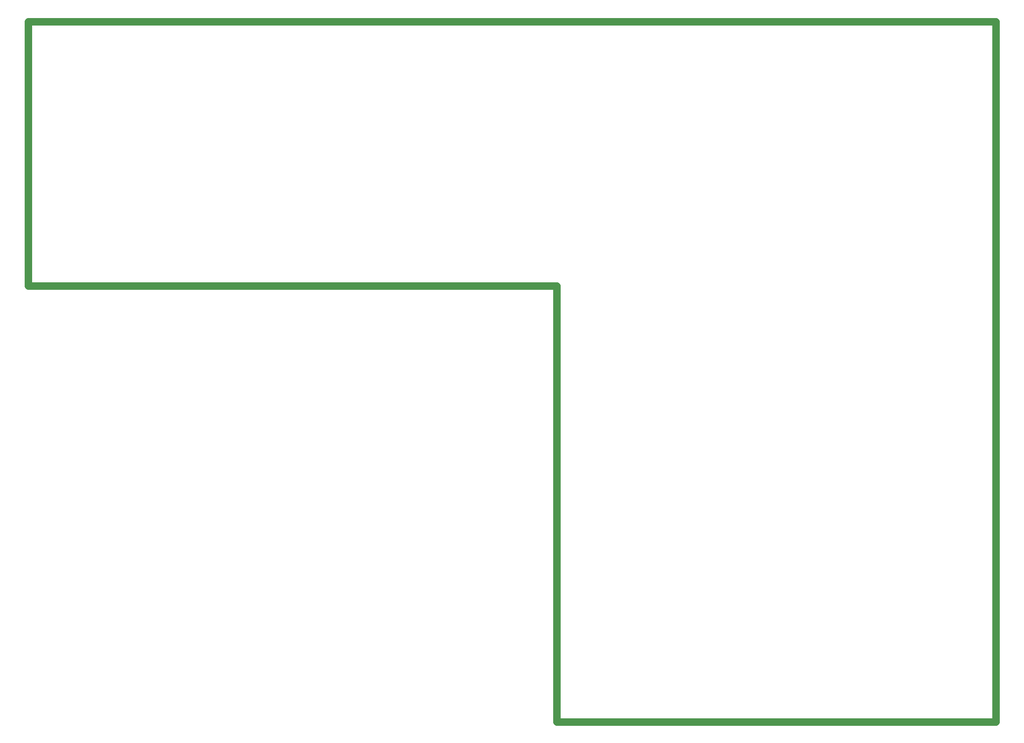
<source format=gbr>
G04 (created by PCBNEW (22-Jun-2014 BZR 4027)-stable) date 2014?08?05? 19?04?14?*
%MOIN*%
G04 Gerber Fmt 3.4, Leading zero omitted, Abs format*
%FSLAX34Y34*%
G01*
G70*
G90*
G04 APERTURE LIST*
%ADD10C,0.00393701*%
%ADD11R,0.055X0.055*%
%ADD12C,0.055*%
%ADD13R,0.055X0.035*%
%ADD14R,0.035X0.055*%
%ADD15R,0.016X0.05*%
%ADD16C,0.06*%
%ADD17C,0.1063*%
%ADD18C,0.16*%
%ADD19C,0.066*%
%ADD20C,0.035*%
%ADD21C,0.02*%
%ADD22C,0.015*%
%ADD23C,0.01*%
G04 APERTURE END LIST*
G54D12*
X73250Y-53000D02*
X73250Y+00000D01*
X00000Y+00000D01*
X00000Y-20000D01*
X40000Y-20000D01*
X40000Y-53000D01*
X73250Y-53000D01*
</source>
